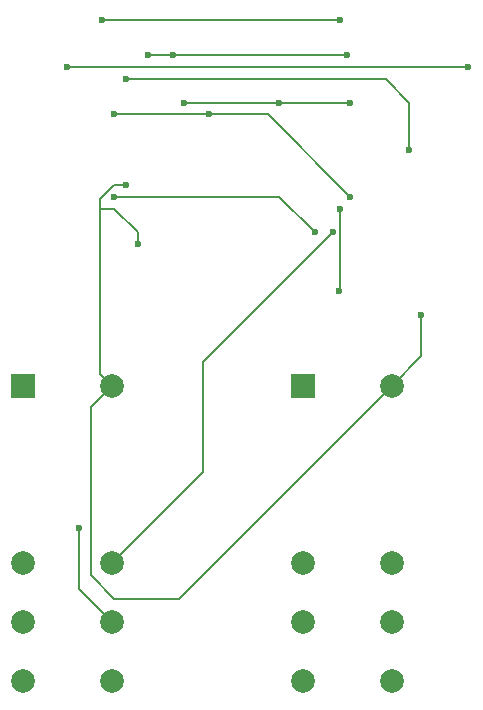
<source format=gbr>
%TF.GenerationSoftware,KiCad,Pcbnew,8.0.4*%
%TF.CreationDate,2024-08-11T17:04:56+02:00*%
%TF.ProjectId,SDCreset,53444372-6573-4657-942e-6b696361645f,rev?*%
%TF.SameCoordinates,Original*%
%TF.FileFunction,Copper,L2,Bot*%
%TF.FilePolarity,Positive*%
%FSLAX46Y46*%
G04 Gerber Fmt 4.6, Leading zero omitted, Abs format (unit mm)*
G04 Created by KiCad (PCBNEW 8.0.4) date 2024-08-11 17:04:56*
%MOMM*%
%LPD*%
G01*
G04 APERTURE LIST*
%TA.AperFunction,ComponentPad*%
%ADD10C,2.000000*%
%TD*%
%TA.AperFunction,ComponentPad*%
%ADD11R,2.000000X2.000000*%
%TD*%
%TA.AperFunction,ViaPad*%
%ADD12C,0.600000*%
%TD*%
%TA.AperFunction,Conductor*%
%ADD13C,0.200000*%
%TD*%
G04 APERTURE END LIST*
D10*
%TO.P,K1,11*%
%TO.N,SDC out*%
X159312500Y-109962500D03*
%TO.P,K1,12*%
%TO.N,unconnected-(K1-Pad12)*%
X159312500Y-104962500D03*
%TO.P,K1,14*%
%TO.N,Net-(K1-Pad14)*%
X159312500Y-114962500D03*
%TO.P,K1,21*%
%TO.N,+12V*%
X166812500Y-109962500D03*
%TO.P,K1,22*%
%TO.N,IMD led*%
X166812500Y-104962500D03*
%TO.P,K1,24*%
%TO.N,unconnected-(K1-Pad24)*%
X166812500Y-114962500D03*
D11*
%TO.P,K1,A1*%
%TO.N,Net-(Q1-E)*%
X159312500Y-89962500D03*
D10*
%TO.P,K1,A2*%
%TO.N,GND*%
X166812500Y-89962500D03*
%TD*%
%TO.P,K2,11*%
%TO.N,SDC in*%
X183000000Y-110000000D03*
%TO.P,K2,12*%
%TO.N,unconnected-(K2-Pad12)*%
X183000000Y-105000000D03*
%TO.P,K2,14*%
%TO.N,Net-(K1-Pad14)*%
X183000000Y-115000000D03*
%TO.P,K2,21*%
%TO.N,+12V*%
X190500000Y-110000000D03*
%TO.P,K2,22*%
%TO.N,BMS led*%
X190500000Y-105000000D03*
%TO.P,K2,24*%
%TO.N,unconnected-(K2-Pad24)*%
X190500000Y-115000000D03*
D11*
%TO.P,K2,A1*%
%TO.N,Net-(Q2-E)*%
X183000000Y-90000000D03*
D10*
%TO.P,K2,A2*%
%TO.N,GND*%
X190500000Y-90000000D03*
%TD*%
D12*
%TO.N,+12V*%
X164000000Y-102000000D03*
X166000000Y-59000000D03*
X186000000Y-82000000D03*
X186100000Y-75000000D03*
X186100000Y-59000000D03*
%TO.N,IMD led*%
X185500000Y-77000000D03*
%TO.N,GND*%
X172000000Y-62000000D03*
X168000000Y-73000000D03*
X186700000Y-62000000D03*
X169000000Y-78000000D03*
X169900000Y-62000000D03*
X193000000Y-84000000D03*
%TO.N,IMD state*%
X167000000Y-67000000D03*
X175000000Y-67000000D03*
X187000000Y-74000000D03*
%TO.N,BMS state*%
X187000000Y-66000000D03*
X172900000Y-66000000D03*
X181000000Y-66000000D03*
%TO.N,Net-(U1E-VCC)*%
X197000000Y-63000000D03*
X163000000Y-63000000D03*
%TO.N,Net-(U1-Pad1)*%
X168000000Y-64000000D03*
X192000000Y-70000000D03*
%TO.N,Net-(U1-Pad4)*%
X167000000Y-74000000D03*
X184000000Y-77000000D03*
%TD*%
D13*
%TO.N,+12V*%
X164000000Y-107150000D02*
X166812500Y-109962500D01*
X164000000Y-102000000D02*
X164000000Y-107150000D01*
X166000000Y-59000000D02*
X186100000Y-59000000D01*
X186100000Y-81900000D02*
X186000000Y-82000000D01*
X186100000Y-75000000D02*
X186100000Y-81900000D01*
%TO.N,IMD led*%
X174500000Y-88000000D02*
X185500000Y-77000000D01*
X166812500Y-104962500D02*
X174500000Y-97275000D01*
X174500000Y-97275000D02*
X174500000Y-96500000D01*
X174500000Y-96500000D02*
X174500000Y-88000000D01*
%TO.N,GND*%
X193000000Y-84000000D02*
X193000000Y-87500000D01*
X165812500Y-74187500D02*
X165812500Y-75000000D01*
X165000000Y-91775000D02*
X165000000Y-106000000D01*
X193000000Y-87500000D02*
X190500000Y-90000000D01*
X168000000Y-73000000D02*
X167000000Y-73000000D01*
X166812500Y-89962500D02*
X165000000Y-91775000D01*
X186700000Y-62000000D02*
X169900000Y-62000000D01*
X167000000Y-73000000D02*
X165812500Y-74187500D01*
X167000000Y-75000000D02*
X165812500Y-75000000D01*
X172500000Y-108000000D02*
X190500000Y-90000000D01*
X169000000Y-78000000D02*
X169000000Y-77000000D01*
X169000000Y-77000000D02*
X167000000Y-75000000D01*
X165812500Y-75000000D02*
X165812500Y-88962500D01*
X165000000Y-106000000D02*
X167000000Y-108000000D01*
X165812500Y-88962500D02*
X166812500Y-89962500D01*
X167000000Y-108000000D02*
X172500000Y-108000000D01*
%TO.N,IMD state*%
X167000000Y-67000000D02*
X175000000Y-67000000D01*
X180000000Y-67000000D02*
X187000000Y-74000000D01*
X175000000Y-67000000D02*
X180000000Y-67000000D01*
%TO.N,BMS state*%
X172900000Y-66000000D02*
X181000000Y-66000000D01*
X181000000Y-66000000D02*
X187000000Y-66000000D01*
%TO.N,Net-(U1E-VCC)*%
X163000000Y-63000000D02*
X197000000Y-63000000D01*
%TO.N,Net-(U1-Pad1)*%
X168000000Y-64000000D02*
X190000000Y-64000000D01*
X192000000Y-66000000D02*
X192000000Y-70000000D01*
X190000000Y-64000000D02*
X192000000Y-66000000D01*
%TO.N,Net-(U1-Pad4)*%
X167000000Y-74000000D02*
X181000000Y-74000000D01*
X181000000Y-74000000D02*
X184000000Y-77000000D01*
%TD*%
M02*

</source>
